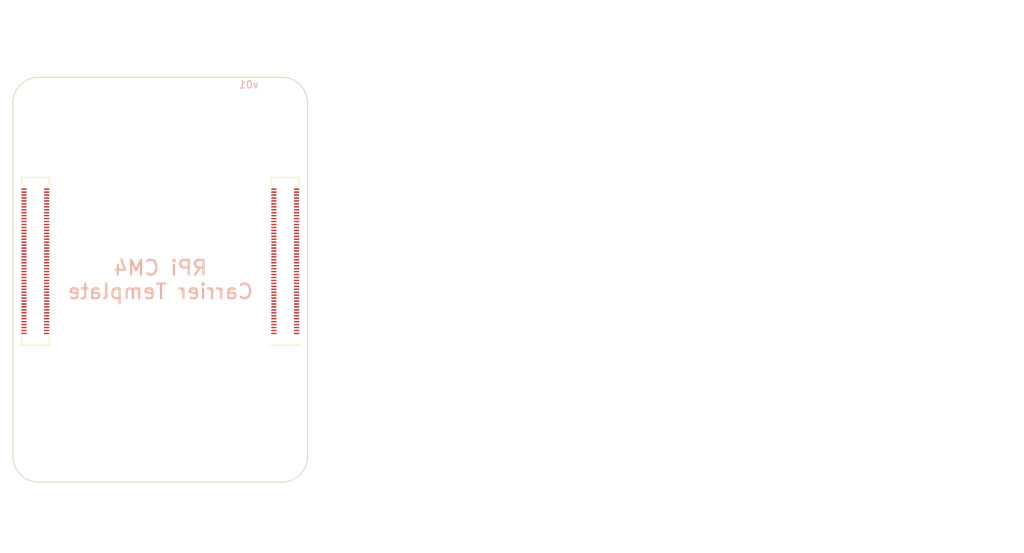
<source format=kicad_pcb>
(kicad_pcb (version 20211014) (generator pcbnew)
  (title_block (title "Raspberry Pi Compute Module 4 carrierusb-to-carrier") (date "2020-10-31") (rev "v01") (comment 1 "https://github.com/ChromiumOS-Guy/Carrierusb-to-Carrier") (comment 2 "https://github.com/ChromiumOS-Guy/Carrierusb-to-Carrier/blob/main/LICENSE") (comment 3 "License: GNU General Public License v3.0") (comment 4 "Author: ChromiumOS-Guy"))
  (layers (0 "F.Cu" signal) (31 "B.Cu" signal) (34 "B.Paste" user) (35 "F.Paste" user) (36 "B.SilkS" user "B.Silkscreen") (37 "F.SilkS" user "F.Silkscreen") (38 "B.Mask" user) (39 "F.Mask" user) (44 "Edge.Cuts" user))
  (net 0 "")
  (net 1 "Net-(Module1-Pad200)")
  (net 2 "Net-(Module1-Pad199)")
  (net 3 "Net-(Module1-Pad198)")
  (net 4 "Net-(Module1-Pad197)")
  (net 5 "Net-(Module1-Pad196)")
  (net 6 "Net-(Module1-Pad195)")
  (net 7 "Net-(Module1-Pad194)")
  (net 8 "Net-(Module1-Pad193)")
  (net 9 "Net-(Module1-Pad192)")
  (net 10 "Net-(Module1-Pad191)")
  (net 11 "Net-(Module1-Pad190)")
  (net 12 "Net-(Module1-Pad189)")
  (net 13 "Net-(Module1-Pad188)")
  (net 14 "Net-(Module1-Pad187)")
  (net 15 "Net-(Module1-Pad186)")
  (net 16 "Net-(Module1-Pad185)")
  (net 17 "Net-(Module1-Pad184)")
  (net 18 "Net-(Module1-Pad183)")
  (net 19 "Net-(Module1-Pad182)")
  (net 20 "Net-(Module1-Pad181)")
  (net 21 "Net-(Module1-Pad180)")
  (net 22 "Net-(Module1-Pad179)")
  (net 23 "Net-(Module1-Pad178)")
  (net 24 "Net-(Module1-Pad177)")
  (net 25 "Net-(Module1-Pad176)")
  (net 26 "Net-(Module1-Pad175)")
  (net 27 "Net-(Module1-Pad174)")
  (net 28 "Net-(Module1-Pad173)")
  (net 29 "Net-(Module1-Pad172)")
  (net 30 "Net-(Module1-Pad171)")
  (net 31 "Net-(Module1-Pad170)")
  (net 32 "Net-(Module1-Pad169)")
  (net 33 "Net-(Module1-Pad168)")
  (net 34 "Net-(Module1-Pad167)")
  (net 35 "Net-(Module1-Pad166)")
  (net 36 "Net-(Module1-Pad165)")
  (net 37 "Net-(Module1-Pad164)")
  (net 38 "Net-(Module1-Pad163)")
  (net 39 "Net-(Module1-Pad162)")
  (net 40 "Net-(Module1-Pad161)")
  (net 41 "Net-(Module1-Pad160)")
  (net 42 "Net-(Module1-Pad159)")
  (net 43 "Net-(Module1-Pad158)")
  (net 44 "Net-(Module1-Pad157)")
  (net 45 "Net-(Module1-Pad156)")
  (net 46 "Net-(Module1-Pad155)")
  (net 47 "Net-(Module1-Pad154)")
  (net 48 "Net-(Module1-Pad153)")
  (net 49 "Net-(Module1-Pad152)")
  (net 50 "Net-(Module1-Pad151)")
  (net 51 "Net-(Module1-Pad150)")
  (net 52 "Net-(Module1-Pad149)")
  (net 53 "Net-(Module1-Pad148)")
  (net 54 "Net-(Module1-Pad147)")
  (net 55 "Net-(Module1-Pad146)")
  (net 56 "Net-(Module1-Pad145)")
  (net 57 "Net-(Module1-Pad144)")
  (net 58 "Net-(Module1-Pad143)")
  (net 59 "Net-(Module1-Pad142)")
  (net 60 "Net-(Module1-Pad141)")
  (net 61 "Net-(Module1-Pad140)")
  (net 62 "Net-(Module1-Pad139)")
  (net 63 "Net-(Module1-Pad138)")
  (net 64 "Net-(Module1-Pad137)")
  (net 65 "Net-(Module1-Pad136)")
  (net 66 "Net-(Module1-Pad135)")
  (net 67 "Net-(Module1-Pad134)")
  (net 68 "Net-(Module1-Pad133)")
  (net 69 "Net-(Module1-Pad132)")
  (net 70 "Net-(Module1-Pad131)")
  (net 71 "Net-(Module1-Pad130)")
  (net 72 "Net-(Module1-Pad129)")
  (net 73 "Net-(Module1-Pad128)")
  (net 74 "Net-(Module1-Pad127)")
  (net 75 "Net-(Module1-Pad126)")
  (net 76 "Net-(Module1-Pad125)")
  (net 77 "Net-(Module1-Pad124)")
  (net 78 "Net-(Module1-Pad123)")
  (net 79 "Net-(Module1-Pad122)")
  (net 80 "Net-(Module1-Pad121)")
  (net 81 "Net-(Module1-Pad120)")
  (net 82 "Net-(Module1-Pad119)")
  (net 83 "Net-(Module1-Pad118)")
  (net 84 "Net-(Module1-Pad117)")
  (net 85 "Net-(Module1-Pad116)")
  (net 86 "Net-(Module1-Pad115)")
  (net 87 "Net-(Module1-Pad114)")
  (net 88 "Net-(Module1-Pad113)")
  (net 89 "Net-(Module1-Pad112)")
  (net 90 "Net-(Module1-Pad111)")
  (net 91 "Net-(Module1-Pad110)")
  (net 92 "Net-(Module1-Pad109)")
  (net 93 "Net-(Module1-Pad108)")
  (net 94 "Net-(Module1-Pad107)")
  (net 95 "Net-(Module1-Pad106)")
  (net 96 "Net-(Module1-Pad105)")
  (net 97 "Net-(Module1-Pad104)")
  (net 98 "Net-(Module1-Pad103)")
  (net 99 "Net-(Module1-Pad102)")
  (net 100 "Net-(Module1-Pad101)")
  (net 101 "Net-(Module1-Pad100)")
  (net 102 "Net-(Module1-Pad99)")
  (net 103 "Net-(Module1-Pad98)")
  (net 104 "Net-(Module1-Pad97)")
  (net 105 "Net-(Module1-Pad96)")
  (net 106 "Net-(Module1-Pad95)")
  (net 107 "Net-(Module1-Pad94)")
  (net 108 "Net-(Module1-Pad93)")
  (net 109 "Net-(Module1-Pad92)")
  (net 110 "Net-(Module1-Pad91)")
  (net 111 "Net-(Module1-Pad90)")
  (net 112 "Net-(Module1-Pad89)")
  (net 113 "Net-(Module1-Pad88)")
  (net 114 "Net-(Module1-Pad87)")
  (net 115 "Net-(Module1-Pad86)")
  (net 116 "Net-(Module1-Pad85)")
  (net 117 "Net-(Module1-Pad84)")
  (net 118 "Net-(Module1-Pad83)")
  (net 119 "Net-(Module1-Pad82)")
  (net 120 "Net-(Module1-Pad81)")
  (net 121 "Net-(Module1-Pad80)")
  (net 122 "Net-(Module1-Pad79)")
  (net 123 "Net-(Module1-Pad78)")
  (net 124 "Net-(Module1-Pad77)")
  (net 125 "Net-(Module1-Pad76)")
  (net 126 "Net-(Module1-Pad75)")
  (net 127 "Net-(Module1-Pad74)")
  (net 128 "Net-(Module1-Pad73)")
  (net 129 "Net-(Module1-Pad72)")
  (net 130 "Net-(Module1-Pad71)")
  (net 131 "Net-(Module1-Pad70)")
  (net 132 "Net-(Module1-Pad69)")
  (net 133 "Net-(Module1-Pad68)")
  (net 134 "Net-(Module1-Pad67)")
  (net 135 "Net-(Module1-Pad66)")
  (net 136 "Net-(Module1-Pad65)")
  (net 137 "Net-(Module1-Pad64)")
  (net 138 "Net-(Module1-Pad63)")
  (net 139 "Net-(Module1-Pad62)")
  (net 140 "Net-(Module1-Pad61)")
  (net 141 "Net-(Module1-Pad60)")
  (net 142 "Net-(Module1-Pad59)")
  (net 143 "Net-(Module1-Pad58)")
  (net 144 "Net-(Module1-Pad57)")
  (net 145 "Net-(Module1-Pad56)")
  (net 146 "Net-(Module1-Pad55)")
  (net 147 "Net-(Module1-Pad54)")
  (net 148 "Net-(Module1-Pad53)")
  (net 149 "Net-(Module1-Pad52)")
  (net 150 "Net-(Module1-Pad51)")
  (net 151 "Net-(Module1-Pad50)")
  (net 152 "Net-(Module1-Pad49)")
  (net 153 "Net-(Module1-Pad48)")
  (net 154 "Net-(Module1-Pad47)")
  (net 155 "Net-(Module1-Pad46)")
  (net 156 "Net-(Module1-Pad45)")
  (net 157 "Net-(Module1-Pad44)")
  (net 158 "Net-(Module1-Pad43)")
  (net 159 "Net-(Module1-Pad42)")
  (net 160 "Net-(Module1-Pad41)")
  (net 161 "Net-(Module1-Pad40)")
  (net 162 "Net-(Module1-Pad39)")
  (net 163 "Net-(Module1-Pad38)")
  (net 164 "Net-(Module1-Pad37)")
  (net 165 "Net-(Module1-Pad36)")
  (net 166 "Net-(Module1-Pad35)")
  (net 167 "Net-(Module1-Pad34)")
  (net 168 "Net-(Module1-Pad33)")
  (net 169 "Net-(Module1-Pad32)")
  (net 170 "Net-(Module1-Pad31)")
  (net 171 "Net-(Module1-Pad30)")
  (net 172 "Net-(Module1-Pad29)")
  (net 173 "Net-(Module1-Pad28)")
  (net 174 "Net-(Module1-Pad27)")
  (net 175 "Net-(Module1-Pad26)")
  (net 176 "Net-(Module1-Pad25)")
  (net 177 "Net-(Module1-Pad24)")
  (net 178 "Net-(Module1-Pad23)")
  (net 179 "Net-(Module1-Pad22)")
  (net 180 "Net-(Module1-Pad21)")
  (net 181 "Net-(Module1-Pad20)")
  (net 182 "Net-(Module1-Pad19)")
  (net 183 "Net-(Module1-Pad18)")
  (net 184 "Net-(Module1-Pad17)")
  (net 185 "Net-(Module1-Pad16)")
  (net 186 "Net-(Module1-Pad15)")
  (net 187 "Net-(Module1-Pad14)")
  (net 188 "Net-(Module1-Pad13)")
  (net 189 "Net-(Module1-Pad12)")
  (net 190 "Net-(Module1-Pad11)")
  (net 191 "Net-(Module1-Pad10)")
  (net 192 "Net-(Module1-Pad9)")
  (net 193 "Net-(Module1-Pad8)")
  (net 194 "Net-(Module1-Pad7)")
  (net 195 "Net-(Module1-Pad6)")
  (net 196 "Net-(Module1-Pad5)")
  (net 197 "Net-(Module1-Pad4)")
  (net 198 "Net-(Module1-Pad3)")
  (net 199 "Net-(Module1-Pad2)")
  (net 200 "Net-(Module1-Pad1)")
  (footprint "CM4IO:Raspberry-Pi-4-Compute-Module" (layer "F.Cu") (at 163 82 180)
    (fp_text reference "Module1" hide)
    (fp_text value "ComputeModule4-CM4")
    (fp_line (start 31.57 -32.9) (end 31.57 -31.9) (layer "F.SilkS") (width 0.12))
    (fp_line (start 35.35 -10.1) (end 35.35 -11.1) (layer "F.SilkS") (width 0.12))
    (fp_line (start 1.43 -10.1) (end 1.43 -11.1) (layer "F.SilkS") (width 0.12))
    (fp_line (start -2.35 -10.1) (end -2.35 -11.1) (layer "F.SilkS") (width 0.12))
    (fp_line (start -3.5 -48) (end -3.5 0) (layer "F.SilkS") (width 0.12))
    (fp_line (start 31.57 -32.9) (end 35.35 -32.9) (layer "F.SilkS") (width 0.12))
    (fp_line (start -2.35 -32.9) (end 1.43 -32.9) (layer "F.SilkS") (width 0.12))
    (fp_line (start 31.57 -10.1) (end 31.57 -11.1) (layer "F.SilkS") (width 0.12))
    (fp_line (start 35.35 -32.9) (end 35.35 -31.9) (layer "F.SilkS") (width 0.12))
    (fp_line (start 31.57 -10.1) (end 35.35 -10.1) (layer "F.SilkS") (width 0.12))
    (fp_line (start 36.5 0) (end 36.5 -48) (layer "F.SilkS") (width 0.12))
    (fp_line (start -2.35 -10.1) (end 1.43 -10.1) (layer "F.SilkS") (width 0.12))
    (fp_line (start 0 3.5) (end 33 3.5) (layer "F.SilkS") (width 0.12))
    (fp_line (start 33 -51.5) (end 0 -51.5) (layer "F.SilkS") (width 0.12))
    (fp_arc (start 36.5 0) (mid 35.474874 2.474874) (end 33 3.5) (layer "F.SilkS") (width 0.12))
    (fp_arc (start -3.5 -48) (mid -2.474874 -50.474874) (end 0 -51.5) (layer "F.SilkS") (width 0.12))
    (fp_arc (start 0 3.5) (mid -2.474874 2.474874) (end -3.5 0) (layer "F.SilkS") (width 0.12))
    (fp_arc (start 33 -51.5) (mid 35.474874 -50.474874) (end 36.5 -48) (layer "F.SilkS") (width 0.12))
    (pad "" np_thru_hole circle locked (at 0 0 180) (size 2.7 2.7) (drill 2.7) (layers *.Cu *.Mask) (clearance 1.7))
    (pad "" np_thru_hole circle locked (at 33 -48 180) (size 2.7 2.7) (drill 2.7) (layers *.Cu *.Mask) (clearance 1.7))
    (pad "" np_thru_hole circle locked (at 33 0 180) (size 2.7 2.7) (drill 2.7) (layers *.Cu *.Mask) (clearance 1.7))
    (pad "" np_thru_hole circle locked (at 0 -48 180) (size 2.7 2.7) (drill 2.7) (layers *.Cu *.Mask) (clearance 1.7))
    (pad "1" smd rect locked (at -2 -31.3 90) (size 0.2 0.7) (layers "F.Cu" "F.Paste" "F.Mask") (net 200 "Net-(Module1-Pad1)"))
    (pad "2" smd rect locked (at 1.08 -31.3 90) (size 0.2 0.7) (layers "F.Cu" "F.Paste" "F.Mask") (net 199 "Net-(Module1-Pad2)"))
    (pad "3" smd rect locked (at -2 -30.9 90) (size 0.2 0.7) (layers "F.Cu" "F.Paste" "F.Mask") (net 198 "Net-(Module1-Pad3)"))
    (pad "4" smd rect locked (at 1.08 -30.9 90) (size 0.2 0.7) (layers "F.Cu" "F.Paste" "F.Mask") (net 197 "Net-(Module1-Pad4)"))
    (pad "5" smd rect locked (at -2 -30.5 90) (size 0.2 0.7) (layers "F.Cu" "F.Paste" "F.Mask") (net 196 "Net-(Module1-Pad5)"))
    (pad "6" smd rect locked (at 1.08 -30.5 90) (size 0.2 0.7) (layers "F.Cu" "F.Paste" "F.Mask") (net 195 "Net-(Module1-Pad6)"))
    (pad "7" smd rect locked (at -2 -30.1 90) (size 0.2 0.7) (layers "F.Cu" "F.Paste" "F.Mask") (net 194 "Net-(Module1-Pad7)"))
    (pad "8" smd rect locked (at 1.08 -30.1 90) (size 0.2 0.7) (layers "F.Cu" "F.Paste" "F.Mask") (net 193 "Net-(Module1-Pad8)"))
    (pad "9" smd rect locked (at -2 -29.7 90) (size 0.2 0.7) (layers "F.Cu" "F.Paste" "F.Mask") (net 192 "Net-(Module1-Pad9)"))
    (pad "10" smd rect locked (at 1.08 -29.7 90) (size 0.2 0.7) (layers "F.Cu" "F.Paste" "F.Mask") (net 191 "Net-(Module1-Pad10)"))
    (pad "11" smd rect locked (at -2 -29.3 90) (size 0.2 0.7) (layers "F.Cu" "F.Paste" "F.Mask") (net 190 "Net-(Module1-Pad11)"))
    (pad "12" smd rect locked (at 1.08 -29.3 90) (size 0.2 0.7) (layers "F.Cu" "F.Paste" "F.Mask") (net 189 "Net-(Module1-Pad12)"))
    (pad "13" smd rect locked (at -2 -28.9 90) (size 0.2 0.7) (layers "F.Cu" "F.Paste" "F.Mask") (net 188 "Net-(Module1-Pad13)"))
    (pad "14" smd rect locked (at 1.08 -28.9 90) (size 0.2 0.7) (layers "F.Cu" "F.Paste" "F.Mask") (net 187 "Net-(Module1-Pad14)"))
    (pad "15" smd rect locked (at -2 -28.5 90) (size 0.2 0.7) (layers "F.Cu" "F.Paste" "F.Mask") (net 186 "Net-(Module1-Pad15)"))
    (pad "16" smd rect locked (at 1.08 -28.5 90) (size 0.2 0.7) (layers "F.Cu" "F.Paste" "F.Mask") (net 185 "Net-(Module1-Pad16)"))
    (pad "17" smd rect locked (at -2 -28.1 90) (size 0.2 0.7) (layers "F.Cu" "F.Paste" "F.Mask") (net 184 "Net-(Module1-Pad17)"))
    (pad "18" smd rect locked (at 1.08 -28.1 90) (size 0.2 0.7) (layers "F.Cu" "F.Paste" "F.Mask") (net 183 "Net-(Module1-Pad18)"))
    (pad "19" smd rect locked (at -2 -27.7 90) (size 0.2 0.7) (layers "F.Cu" "F.Paste" "F.Mask") (net 182 "Net-(Module1-Pad19)"))
    (pad "20" smd rect locked (at 1.08 -27.7 90) (size 0.2 0.7) (layers "F.Cu" "F.Paste" "F.Mask") (net 181 "Net-(Module1-Pad20)"))
    (pad "21" smd rect locked (at -2 -27.3 90) (size 0.2 0.7) (layers "F.Cu" "F.Paste" "F.Mask") (net 180 "Net-(Module1-Pad21)"))
    (pad "22" smd rect locked (at 1.08 -27.3 90) (size 0.2 0.7) (layers "F.Cu" "F.Paste" "F.Mask") (net 179 "Net-(Module1-Pad22)"))
    (pad "23" smd rect locked (at -2 -26.9 90) (size 0.2 0.7) (layers "F.Cu" "F.Paste" "F.Mask") (net 178 "Net-(Module1-Pad23)"))
    (pad "24" smd rect locked (at 1.08 -26.9 90) (size 0.2 0.7) (layers "F.Cu" "F.Paste" "F.Mask") (net 177 "Net-(Module1-Pad24)"))
    (pad "25" smd rect locked (at -2 -26.5 90) (size 0.2 0.7) (layers "F.Cu" "F.Paste" "F.Mask") (net 176 "Net-(Module1-Pad25)"))
    (pad "26" smd rect locked (at 1.08 -26.5 90) (size 0.2 0.7) (layers "F.Cu" "F.Paste" "F.Mask") (net 175 "Net-(Module1-Pad26)"))
    (pad "27" smd rect locked (at -2 -26.1 90) (size 0.2 0.7) (layers "F.Cu" "F.Paste" "F.Mask") (net 174 "Net-(Module1-Pad27)"))
    (pad "28" smd rect locked (at 1.08 -26.1 90) (size 0.2 0.7) (layers "F.Cu" "F.Paste" "F.Mask") (net 173 "Net-(Module1-Pad28)"))
    (pad "29" smd rect locked (at -2 -25.7 90) (size 0.2 0.7) (layers "F.Cu" "F.Paste" "F.Mask") (net 172 "Net-(Module1-Pad29)"))
    (pad "30" smd rect locked (at 1.08 -25.7 90) (size 0.2 0.7) (layers "F.Cu" "F.Paste" "F.Mask") (net 171 "Net-(Module1-Pad30)"))
    (pad "31" smd rect locked (at -2 -25.3 90) (size 0.2 0.7) (layers "F.Cu" "F.Paste" "F.Mask") (net 170 "Net-(Module1-Pad31)"))
    (pad "32" smd rect locked (at 1.08 -25.3 90) (size 0.2 0.7) (layers "F.Cu" "F.Paste" "F.Mask") (net 169 "Net-(Module1-Pad32)"))
    (pad "33" smd rect locked (at -2 -24.9 90) (size 0.2 0.7) (layers "F.Cu" "F.Paste" "F.Mask") (net 168 "Net-(Module1-Pad33)"))
    (pad "34" smd rect locked (at 1.08 -24.9 90) (size 0.2 0.7) (layers "F.Cu" "F.Paste" "F.Mask") (net 167 "Net-(Module1-Pad34)"))
    (pad "35" smd rect locked (at -2 -24.5 90) (size 0.2 0.7) (layers "F.Cu" "F.Paste" "F.Mask") (net 166 "Net-(Module1-Pad35)"))
    (pad "36" smd rect locked (at 1.08 -24.5 90) (size 0.2 0.7) (layers "F.Cu" "F.Paste" "F.Mask") (net 165 "Net-(Module1-Pad36)"))
    (pad "37" smd rect locked (at -2 -24.1 90) (size 0.2 0.7) (layers "F.Cu" "F.Paste" "F.Mask") (net 164 "Net-(Module1-Pad37)"))
    (pad "38" smd rect locked (at 1.08 -24.1 90) (size 0.2 0.7) (layers "F.Cu" "F.Paste" "F.Mask") (net 163 "Net-(Module1-Pad38)"))
    (pad "39" smd rect locked (at -2 -23.7 90) (size 0.2 0.7) (layers "F.Cu" "F.Paste" "F.Mask") (net 162 "Net-(Module1-Pad39)"))
    (pad "40" smd rect locked (at 1.08 -23.7 90) (size 0.2 0.7) (layers "F.Cu" "F.Paste" "F.Mask") (net 161 "Net-(Module1-Pad40)"))
    (pad "41" smd rect locked (at -2 -23.3 90) (size 0.2 0.7) (layers "F.Cu" "F.Paste" "F.Mask") (net 160 "Net-(Module1-Pad41)"))
    (pad "42" smd rect locked (at 1.08 -23.3 90) (size 0.2 0.7) (layers "F.Cu" "F.Paste" "F.Mask") (net 159 "Net-(Module1-Pad42)"))
    (pad "43" smd rect locked (at -2 -22.9 90) (size 0.2 0.7) (layers "F.Cu" "F.Paste" "F.Mask") (net 158 "Net-(Module1-Pad43)"))
    (pad "44" smd rect locked (at 1.08 -22.9 90) (size 0.2 0.7) (layers "F.Cu" "F.Paste" "F.Mask") (net 157 "Net-(Module1-Pad44)"))
    (pad "45" smd rect locked (at -2 -22.5 90) (size 0.2 0.7) (layers "F.Cu" "F.Paste" "F.Mask") (net 156 "Net-(Module1-Pad45)"))
    (pad "46" smd rect locked (at 1.08 -22.5 90) (size 0.2 0.7) (layers "F.Cu" "F.Paste" "F.Mask") (net 155 "Net-(Module1-Pad46)"))
    (pad "47" smd rect locked (at -2 -22.1 90) (size 0.2 0.7) (layers "F.Cu" "F.Paste" "F.Mask") (net 154 "Net-(Module1-Pad47)"))
    (pad "48" smd rect locked (at 1.08 -22.1 90) (size 0.2 0.7) (layers "F.Cu" "F.Paste" "F.Mask") (net 153 "Net-(Module1-Pad48)"))
    (pad "49" smd rect locked (at -2 -21.7 90) (size 0.2 0.7) (layers "F.Cu" "F.Paste" "F.Mask") (net 152 "Net-(Module1-Pad49)"))
    (pad "50" smd rect locked (at 1.08 -21.7 90) (size 0.2 0.7) (layers "F.Cu" "F.Paste" "F.Mask") (net 151 "Net-(Module1-Pad50)"))
    (pad "51" smd rect locked (at -2 -21.3 90) (size 0.2 0.7) (layers "F.Cu" "F.Paste" "F.Mask") (net 150 "Net-(Module1-Pad51)"))
    (pad "52" smd rect locked (at 1.08 -21.3 90) (size 0.2 0.7) (layers "F.Cu" "F.Paste" "F.Mask") (net 149 "Net-(Module1-Pad52)"))
    (pad "53" smd rect locked (at -2 -20.9 90) (size 0.2 0.7) (layers "F.Cu" "F.Paste" "F.Mask") (net 148 "Net-(Module1-Pad53)"))
    (pad "54" smd rect locked (at 1.08 -20.9 90) (size 0.2 0.7) (layers "F.Cu" "F.Paste" "F.Mask") (net 147 "Net-(Module1-Pad54)"))
    (pad "55" smd rect locked (at -2 -20.5 90) (size 0.2 0.7) (layers "F.Cu" "F.Paste" "F.Mask") (net 146 "Net-(Module1-Pad55)"))
    (pad "56" smd rect locked (at 1.08 -20.5 90) (size 0.2 0.7) (layers "F.Cu" "F.Paste" "F.Mask") (net 145 "Net-(Module1-Pad56)"))
    (pad "57" smd rect locked (at -2 -20.1 90) (size 0.2 0.7) (layers "F.Cu" "F.Paste" "F.Mask") (net 144 "Net-(Module1-Pad57)"))
    (pad "58" smd rect locked (at 1.08 -20.1 90) (size 0.2 0.7) (layers "F.Cu" "F.Paste" "F.Mask") (net 143 "Net-(Module1-Pad58)"))
    (pad "59" smd rect locked (at -2 -19.7 90) (size 0.2 0.7) (layers "F.Cu" "F.Paste" "F.Mask") (net 142 "Net-(Module1-Pad59)"))
    (pad "60" smd rect locked (at 1.08 -19.7 90) (size 0.2 0.7) (layers "F.Cu" "F.Paste" "F.Mask") (net 141 "Net-(Module1-Pad60)"))
    (pad "61" smd rect locked (at -2 -19.3 90) (size 0.2 0.7) (layers "F.Cu" "F.Paste" "F.Mask") (net 140 "Net-(Module1-Pad61)"))
    (pad "62" smd rect locked (at 1.08 -19.3 90) (size 0.2 0.7) (layers "F.Cu" "F.Paste" "F.Mask") (net 139 "Net-(Module1-Pad62)"))
    (pad "63" smd rect locked (at -2 -18.9 90) (size 0.2 0.7) (layers "F.Cu" "F.Paste" "F.Mask") (net 138 "Net-(Module1-Pad63)"))
    (pad "64" smd rect locked (at 1.08 -18.9 90) (size 0.2 0.7) (layers "F.Cu" "F.Paste" "F.Mask") (net 137 "Net-(Module1-Pad64)"))
    (pad "65" smd rect locked (at -2 -18.5 90) (size 0.2 0.7) (layers "F.Cu" "F.Paste" "F.Mask") (net 136 "Net-(Module1-Pad65)"))
    (pad "66" smd rect locked (at 1.08 -18.5 90) (size 0.2 0.7) (layers "F.Cu" "F.Paste" "F.Mask") (net 135 "Net-(Module1-Pad66)"))
    (pad "67" smd rect locked (at -2 -18.1 90) (size 0.2 0.7) (layers "F.Cu" "F.Paste" "F.Mask") (net 134 "Net-(Module1-Pad67)"))
    (pad "68" smd rect locked (at 1.08 -18.1 90) (size 0.2 0.7) (layers "F.Cu" "F.Paste" "F.Mask") (net 133 "Net-(Module1-Pad68)"))
    (pad "69" smd rect locked (at -2 -17.7 90) (size 0.2 0.7) (layers "F.Cu" "F.Paste" "F.Mask") (net 132 "Net-(Module1-Pad69)"))
    (pad "70" smd rect locked (at 1.08 -17.7 90) (size 0.2 0.7) (layers "F.Cu" "F.Paste" "F.Mask") (net 131 "Net-(Module1-Pad70)"))
    (pad "71" smd rect locked (at -2 -17.3 90) (size 0.2 0.7) (layers "F.Cu" "F.Paste" "F.Mask") (net 130 "Net-(Module1-Pad71)"))
    (pad "72" smd rect locked (at 1.08 -17.3 90) (size 0.2 0.7) (layers "F.Cu" "F.Paste" "F.Mask") (net 129 "Net-(Module1-Pad72)"))
    (pad "73" smd rect locked (at -2 -16.9 90) (size 0.2 0.7) (layers "F.Cu" "F.Paste" "F.Mask") (net 128 "Net-(Module1-Pad73)"))
    (pad "74" smd rect locked (at 1.08 -16.9 90) (size 0.2 0.7) (layers "F.Cu" "F.Paste" "F.Mask") (net 127 "Net-(Module1-Pad74)"))
    (pad "75" smd rect locked (at -2 -16.5 90) (size 0.2 0.7) (layers "F.Cu" "F.Paste" "F.Mask") (net 126 "Net-(Module1-Pad75)"))
    (pad "76" smd rect locked (at 1.08 -16.5 90) (size 0.2 0.7) (layers "F.Cu" "F.Paste" "F.Mask") (net 125 "Net-(Module1-Pad76)"))
    (pad "77" smd rect locked (at -2 -16.1 90) (size 0.2 0.7) (layers "F.Cu" "F.Paste" "F.Mask") (net 124 "Net-(Module1-Pad77)"))
    (pad "78" smd rect locked (at 1.08 -16.1 90) (size 0.2 0.7) (layers "F.Cu" "F.Paste" "F.Mask") (net 123 "Net-(Module1-Pad78)"))
    (pad "79" smd rect locked (at -2 -15.7 90) (size 0.2 0.7) (layers "F.Cu" "F.Paste" "F.Mask") (net 122 "Net-(Module1-Pad79)"))
    (pad "80" smd rect locked (at 1.08 -15.7 90) (size 0.2 0.7) (layers "F.Cu" "F.Paste" "F.Mask") (net 121 "Net-(Module1-Pad80)"))
    (pad "81" smd rect locked (at -2 -15.3 90) (size 0.2 0.7) (layers "F.Cu" "F.Paste" "F.Mask") (net 120 "Net-(Module1-Pad81)"))
    (pad "82" smd rect locked (at 1.08 -15.3 90) (size 0.2 0.7) (layers "F.Cu" "F.Paste" "F.Mask") (net 119 "Net-(Module1-Pad82)"))
    (pad "83" smd rect locked (at -2 -14.9 90) (size 0.2 0.7) (layers "F.Cu" "F.Paste" "F.Mask") (net 118 "Net-(Module1-Pad83)"))
    (pad "84" smd rect locked (at 1.08 -14.9 90) (size 0.2 0.7) (layers "F.Cu" "F.Paste" "F.Mask") (net 117 "Net-(Module1-Pad84)"))
    (pad "85" smd rect locked (at -2 -14.5 90) (size 0.2 0.7) (layers "F.Cu" "F.Paste" "F.Mask") (net 116 "Net-(Module1-Pad85)"))
    (pad "86" smd rect locked (at 1.08 -14.5 90) (size 0.2 0.7) (layers "F.Cu" "F.Paste" "F.Mask") (net 115 "Net-(Module1-Pad86)"))
    (pad "87" smd rect locked (at -2 -14.1 90) (size 0.2 0.7) (layers "F.Cu" "F.Paste" "F.Mask") (net 114 "Net-(Module1-Pad87)"))
    (pad "88" smd rect locked (at 1.08 -14.1 90) (size 0.2 0.7) (layers "F.Cu" "F.Paste" "F.Mask") (net 113 "Net-(Module1-Pad88)"))
    (pad "89" smd rect locked (at -2 -13.7 90) (size 0.2 0.7) (layers "F.Cu" "F.Paste" "F.Mask") (net 112 "Net-(Module1-Pad89)"))
    (pad "90" smd rect locked (at 1.08 -13.7 90) (size 0.2 0.7) (layers "F.Cu" "F.Paste" "F.Mask") (net 111 "Net-(Module1-Pad90)"))
    (pad "91" smd rect locked (at -2 -13.3 90) (size 0.2 0.7) (layers "F.Cu" "F.Paste" "F.Mask") (net 110 "Net-(Module1-Pad91)"))
    (pad "92" smd rect locked (at 1.08 -13.3 90) (size 0.2 0.7) (layers "F.Cu" "F.Paste" "F.Mask") (net 109 "Net-(Module1-Pad92)"))
    (pad "93" smd rect locked (at -2 -12.9 90) (size 0.2 0.7) (layers "F.Cu" "F.Paste" "F.Mask") (net 108 "Net-(Module1-Pad93)"))
    (pad "94" smd rect locked (at 1.08 -12.9 90) (size 0.2 0.7) (layers "F.Cu" "F.Paste" "F.Mask") (net 107 "Net-(Module1-Pad94)"))
    (pad "95" smd rect locked (at -2 -12.5 90) (size 0.2 0.7) (layers "F.Cu" "F.Paste" "F.Mask") (net 106 "Net-(Module1-Pad95)"))
    (pad "96" smd rect locked (at 1.08 -12.5 90) (size 0.2 0.7) (layers "F.Cu" "F.Paste" "F.Mask") (net 105 "Net-(Module1-Pad96)"))
    (pad "97" smd rect locked (at -2 -12.1 90) (size 0.2 0.7) (layers "F.Cu" "F.Paste" "F.Mask") (net 104 "Net-(Module1-Pad97)"))
    (pad "98" smd rect locked (at 1.08 -12.1 90) (size 0.2 0.7) (layers "F.Cu" "F.Paste" "F.Mask") (net 103 "Net-(Module1-Pad98)"))
    (pad "99" smd rect locked (at -2 -11.7 90) (size 0.2 0.7) (layers "F.Cu" "F.Paste" "F.Mask") (net 102 "Net-(Module1-Pad99)"))
    (pad "100" smd rect locked (at 1.08 -11.7 90) (size 0.2 0.7) (layers "F.Cu" "F.Paste" "F.Mask") (net 101 "Net-(Module1-Pad100)"))
    (pad "101" smd rect locked (at 31.92 -31.3 90) (size 0.2 0.7) (layers "F.Cu" "F.Paste" "F.Mask") (net 100 "Net-(Module1-Pad101)"))
    (pad "102" smd rect locked (at 35 -31.3 90) (size 0.2 0.7) (layers "F.Cu" "F.Paste" "F.Mask") (net 99 "Net-(Module1-Pad102)"))
    (pad "103" smd rect locked (at 31.92 -30.9 90) (size 0.2 0.7) (layers "F.Cu" "F.Paste" "F.Mask") (net 98 "Net-(Module1-Pad103)"))
    (pad "104" smd rect locked (at 35 -30.9 90) (size 0.2 0.7) (layers "F.Cu" "F.Paste" "F.Mask") (net 97 "Net-(Module1-Pad104)"))
    (pad "105" smd rect locked (at 31.92 -30.5 90) (size 0.2 0.7) (layers "F.Cu" "F.Paste" "F.Mask") (net 96 "Net-(Module1-Pad105)"))
    (pad "106" smd rect locked (at 35 -30.5 90) (size 0.2 0.7) (layers "F.Cu" "F.Paste" "F.Mask") (net 95 "Net-(Module1-Pad106)"))
    (pad "107" smd rect locked (at 31.92 -30.1 90) (size 0.2 0.7) (layers "F.Cu" "F.Paste" "F.Mask") (net 94 "Net-(Module1-Pad107)"))
    (pad "108" smd rect locked (at 35 -30.1 90) (size 0.2 0.7) (layers "F.Cu" "F.Paste" "F.Mask") (net 93 "Net-(Module1-Pad108)"))
    (pad "109" smd rect locked (at 31.92 -29.7 90) (size 0.2 0.7) (layers "F.Cu" "F.Paste" "F.Mask") (net 92 "Net-(Module1-Pad109)"))
    (pad "110" smd rect locked (at 35 -29.7 90) (size 0.2 0.7) (layers "F.Cu" "F.Paste" "F.Mask") (net 91 "Net-(Module1-Pad110)"))
    (pad "111" smd rect locked (at 31.92 -29.3 90) (size 0.2 0.7) (layers "F.Cu" "F.Paste" "F.Mask") (net 90 "Net-(Module1-Pad111)"))
    (pad "112" smd rect locked (at 35 -29.3 90) (size 0.2 0.7) (layers "F.Cu" "F.Paste" "F.Mask") (net 89 "Net-(Module1-Pad112)"))
    (pad "113" smd rect locked (at 31.92 -28.9 90) (size 0.2 0.7) (layers "F.Cu" "F.Paste" "F.Mask") (net 88 "Net-(Module1-Pad113)"))
    (pad "114" smd rect locked (at 35 -28.9 90) (size 0.2 0.7) (layers "F.Cu" "F.Paste" "F.Mask") (net 87 "Net-(Module1-Pad114)"))
    (pad "115" smd rect locked (at 31.92 -28.5 90) (size 0.2 0.7) (layers "F.Cu" "F.Paste" "F.Mask") (net 86 "Net-(Module1-Pad115)"))
    (pad "116" smd rect locked (at 35 -28.5 90) (size 0.2 0.7) (layers "F.Cu" "F.Paste" "F.Mask") (net 85 "Net-(Module1-Pad116)"))
    (pad "117" smd rect locked (at 31.92 -28.1 90) (size 0.2 0.7) (layers "F.Cu" "F.Paste" "F.Mask") (net 84 "Net-(Module1-Pad117)"))
    (pad "118" smd rect locked (at 35 -28.1 90) (size 0.2 0.7) (layers "F.Cu" "F.Paste" "F.Mask") (net 83 "Net-(Module1-Pad118)"))
    (pad "119" smd rect locked (at 31.92 -27.7 90) (size 0.2 0.7) (layers "F.Cu" "F.Paste" "F.Mask") (net 82 "Net-(Module1-Pad119)"))
    (pad "120" smd rect locked (at 35 -27.7 90) (size 0.2 0.7) (layers "F.Cu" "F.Paste" "F.Mask") (net 81 "Net-(Module1-Pad120)"))
    (pad "121" smd rect locked (at 31.92 -27.3 90) (size 0.2 0.7) (layers "F.Cu" "F.Paste" "F.Mask") (net 80 "Net-(Module1-Pad121)"))
    (pad "122" smd rect locked (at 35 -27.3 90) (size 0.2 0.7) (layers "F.Cu" "F.Paste" "F.Mask") (net 79 "Net-(Module1-Pad122)"))
    (pad "123" smd rect locked (at 31.92 -26.9 90) (size 0.2 0.7) (layers "F.Cu" "F.Paste" "F.Mask") (net 78 "Net-(Module1-Pad123)"))
    (pad "124" smd rect locked (at 35 -26.9 90) (size 0.2 0.7) (layers "F.Cu" "F.Paste" "F.Mask") (net 77 "Net-(Module1-Pad124)"))
    (pad "125" smd rect locked (at 31.92 -26.5 90) (size 0.2 0.7) (layers "F.Cu" "F.Paste" "F.Mask") (net 76 "Net-(Module1-Pad125)"))
    (pad "126" smd rect locked (at 35 -26.5 90) (size 0.2 0.7) (layers "F.Cu" "F.Paste" "F.Mask") (net 75 "Net-(Module1-Pad126)"))
    (pad "127" smd rect locked (at 31.92 -26.1 90) (size 0.2 0.7) (layers "F.Cu" "F.Paste" "F.Mask") (net 74 "Net-(Module1-Pad127)"))
    (pad "128" smd rect locked (at 35 -26.1 90) (size 0.2 0.7) (layers "F.Cu" "F.Paste" "F.Mask") (net 73 "Net-(Module1-Pad128)"))
    (pad "129" smd rect locked (at 31.92 -25.7 90) (size 0.2 0.7) (layers "F.Cu" "F.Paste" "F.Mask") (net 72 "Net-(Module1-Pad129)"))
    (pad "130" smd rect locked (at 35 -25.7 90) (size 0.2 0.7) (layers "F.Cu" "F.Paste" "F.Mask") (net 71 "Net-(Module1-Pad130)"))
    (pad "131" smd rect locked (at 31.92 -25.3 90) (size 0.2 0.7) (layers "F.Cu" "F.Paste" "F.Mask") (net 70 "Net-(Module1-Pad131)"))
    (pad "132" smd rect locked (at 35 -25.3 90) (size 0.2 0.7) (layers "F.Cu" "F.Paste" "F.Mask") (net 69 "Net-(Module1-Pad132)"))
    (pad "133" smd rect locked (at 31.92 -24.9 90) (size 0.2 0.7) (layers "F.Cu" "F.Paste" "F.Mask") (net 68 "Net-(Module1-Pad133)"))
    (pad "134" smd rect locked (at 35 -24.9 90) (size 0.2 0.7) (layers "F.Cu" "F.Paste" "F.Mask") (net 67 "Net-(Module1-Pad134)"))
    (pad "135" smd rect locked (at 31.92 -24.5 90) (size 0.2 0.7) (layers "F.Cu" "F.Paste" "F.Mask") (net 66 "Net-(Module1-Pad135)"))
    (pad "136" smd rect locked (at 35 -24.5 90) (size 0.2 0.7) (layers "F.Cu" "F.Paste" "F.Mask") (net 65 "Net-(Module1-Pad136)"))
    (pad "137" smd rect locked (at 31.92 -24.1 90) (size 0.2 0.7) (layers "F.Cu" "F.Paste" "F.Mask") (net 64 "Net-(Module1-Pad137)"))
    (pad "138" smd rect locked (at 35 -24.1 90) (size 0.2 0.7) (layers "F.Cu" "F.Paste" "F.Mask") (net 63 "Net-(Module1-Pad138)"))
    (pad "139" smd rect locked (at 31.92 -23.7 90) (size 0.2 0.7) (layers "F.Cu" "F.Paste" "F.Mask") (net 62 "Net-(Module1-Pad139)"))
    (pad "140" smd rect locked (at 35 -23.7 90) (size 0.2 0.7) (layers "F.Cu" "F.Paste" "F.Mask") (net 61 "Net-(Module1-Pad140)"))
    (pad "141" smd rect locked (at 31.92 -23.3 90) (size 0.2 0.7) (layers "F.Cu" "F.Paste" "F.Mask") (net 60 "Net-(Module1-Pad141)"))
    (pad "142" smd rect locked (at 35 -23.3 90) (size 0.2 0.7) (layers "F.Cu" "F.Paste" "F.Mask") (net 59 "Net-(Module1-Pad142)"))
    (pad "143" smd rect locked (at 31.92 -22.9 90) (size 0.2 0.7) (layers "F.Cu" "F.Paste" "F.Mask") (net 58 "Net-(Module1-Pad143)"))
    (pad "144" smd rect locked (at 35 -22.9 90) (size 0.2 0.7) (layers "F.Cu" "F.Paste" "F.Mask") (net 57 "Net-(Module1-Pad144)"))
    (pad "145" smd rect locked (at 31.92 -22.5 90) (size 0.2 0.7) (layers "F.Cu" "F.Paste" "F.Mask") (net 56 "Net-(Module1-Pad145)"))
    (pad "146" smd rect locked (at 35 -22.5 90) (size 0.2 0.7) (layers "F.Cu" "F.Paste" "F.Mask") (net 55 "Net-(Module1-Pad146)"))
    (pad "147" smd rect locked (at 31.92 -22.1 90) (size 0.2 0.7) (layers "F.Cu" "F.Paste" "F.Mask") (net 54 "Net-(Module1-Pad147)"))
    (pad "148" smd rect locked (at 35 -22.1 90) (size 0.2 0.7) (layers "F.Cu" "F.Paste" "F.Mask") (net 53 "Net-(Module1-Pad148)"))
    (pad "149" smd rect locked (at 31.92 -21.7 90) (size 0.2 0.7) (layers "F.Cu" "F.Paste" "F.Mask") (net 52 "Net-(Module1-Pad149)"))
    (pad "150" smd rect locked (at 35 -21.7 90) (size 0.2 0.7) (layers "F.Cu" "F.Paste" "F.Mask") (net 51 "Net-(Module1-Pad150)"))
    (pad "151" smd rect locked (at 31.92 -21.3 90) (size 0.2 0.7) (layers "F.Cu" "F.Paste" "F.Mask") (net 50 "Net-(Module1-Pad151)"))
    (pad "152" smd rect locked (at 35 -21.3 90) (size 0.2 0.7) (layers "F.Cu" "F.Paste" "F.Mask") (net 49 "Net-(Module1-Pad152)"))
    (pad "153" smd rect locked (at 31.92 -20.9 90) (size 0.2 0.7) (layers "F.Cu" "F.Paste" "F.Mask") (net 48 "Net-(Module1-Pad153)"))
    (pad "154" smd rect locked (at 35 -20.9 90) (size 0.2 0.7) (layers "F.Cu" "F.Paste" "F.Mask") (net 47 "Net-(Module1-Pad154)"))
    (pad "155" smd rect locked (at 31.92 -20.5 90) (size 0.2 0.7) (layers "F.Cu" "F.Paste" "F.Mask") (net 46 "Net-(Module1-Pad155)"))
    (pad "156" smd rect locked (at 35 -20.5 90) (size 0.2 0.7) (layers "F.Cu" "F.Paste" "F.Mask") (net 45 "Net-(Module1-Pad156)"))
    (pad "157" smd rect locked (at 31.92 -20.1 90) (size 0.2 0.7) (layers "F.Cu" "F.Paste" "F.Mask") (net 44 "Net-(Module1-Pad157)"))
    (pad "158" smd rect locked (at 35 -20.1 90) (size 0.2 0.7) (layers "F.Cu" "F.Paste" "F.Mask") (net 43 "Net-(Module1-Pad158)"))
    (pad "159" smd rect locked (at 31.92 -19.7 90) (size 0.2 0.7) (layers "F.Cu" "F.Paste" "F.Mask") (net 42 "Net-(Module1-Pad159)"))
    (pad "160" smd rect locked (at 35 -19.7 90) (size 0.2 0.7) (layers "F.Cu" "F.Paste" "F.Mask") (net 41 "Net-(Module1-Pad160)"))
    (pad "161" smd rect locked (at 31.92 -19.3 90) (size 0.2 0.7) (layers "F.Cu" "F.Paste" "F.Mask") (net 40 "Net-(Module1-Pad161)"))
    (pad "162" smd rect locked (at 35 -19.3 90) (size 0.2 0.7) (layers "F.Cu" "F.Paste" "F.Mask") (net 39 "Net-(Module1-Pad162)"))
    (pad "163" smd rect locked (at 31.92 -18.9 90) (size 0.2 0.7) (layers "F.Cu" "F.Paste" "F.Mask") (net 38 "Net-(Module1-Pad163)"))
    (pad "164" smd rect locked (at 35 -18.9 90) (size 0.2 0.7) (layers "F.Cu" "F.Paste" "F.Mask") (net 37 "Net-(Module1-Pad164)"))
    (pad "165" smd rect locked (at 31.92 -18.5 90) (size 0.2 0.7) (layers "F.Cu" "F.Paste" "F.Mask") (net 36 "Net-(Module1-Pad165)"))
    (pad "166" smd rect locked (at 35 -18.5 90) (size 0.2 0.7) (layers "F.Cu" "F.Paste" "F.Mask") (net 35 "Net-(Module1-Pad166)"))
    (pad "167" smd rect locked (at 31.92 -18.1 90) (size 0.2 0.7) (layers "F.Cu" "F.Paste" "F.Mask") (net 34 "Net-(Module1-Pad167)"))
    (pad "168" smd rect locked (at 35 -18.1 90) (size 0.2 0.7) (layers "F.Cu" "F.Paste" "F.Mask") (net 33 "Net-(Module1-Pad168)"))
    (pad "169" smd rect locked (at 31.92 -17.7 90) (size 0.2 0.7) (layers "F.Cu" "F.Paste" "F.Mask") (net 32 "Net-(Module1-Pad169)"))
    (pad "170" smd rect locked (at 35 -17.7 90) (size 0.2 0.7) (layers "F.Cu" "F.Paste" "F.Mask") (net 31 "Net-(Module1-Pad170)"))
    (pad "171" smd rect locked (at 31.92 -17.3 90) (size 0.2 0.7) (layers "F.Cu" "F.Paste" "F.Mask") (net 30 "Net-(Module1-Pad171)"))
    (pad "172" smd rect locked (at 35 -17.3 90) (size 0.2 0.7) (layers "F.Cu" "F.Paste" "F.Mask") (net 29 "Net-(Module1-Pad172)"))
    (pad "173" smd rect locked (at 31.92 -16.9 90) (size 0.2 0.7) (layers "F.Cu" "F.Paste" "F.Mask") (net 28 "Net-(Module1-Pad173)"))
    (pad "174" smd rect locked (at 35 -16.9 90) (size 0.2 0.7) (layers "F.Cu" "F.Paste" "F.Mask") (net 27 "Net-(Module1-Pad174)"))
    (pad "175" smd rect locked (at 31.92 -16.5 90) (size 0.2 0.7) (layers "F.Cu" "F.Paste" "F.Mask") (net 26 "Net-(Module1-Pad175)"))
    (pad "176" smd rect locked (at 35 -16.5 90) (size 0.2 0.7) (layers "F.Cu" "F.Paste" "F.Mask") (net 25 "Net-(Module1-Pad176)"))
    (pad "177" smd rect locked (at 31.92 -16.1 90) (size 0.2 0.7) (layers "F.Cu" "F.Paste" "F.Mask") (net 24 "Net-(Module1-Pad177)"))
    (pad "178" smd rect locked (at 35 -16.1 90) (size 0.2 0.7) (layers "F.Cu" "F.Paste" "F.Mask") (net 23 "Net-(Module1-Pad178)"))
    (pad "179" smd rect locked (at 31.92 -15.7 90) (size 0.2 0.7) (layers "F.Cu" "F.Paste" "F.Mask") (net 22 "Net-(Module1-Pad179)"))
    (pad "180" smd rect locked (at 35 -15.7 90) (size 0.2 0.7) (layers "F.Cu" "F.Paste" "F.Mask") (net 21 "Net-(Module1-Pad180)"))
    (pad "181" smd rect locked (at 31.92 -15.3 90) (size 0.2 0.7) (layers "F.Cu" "F.Paste" "F.Mask") (net 20 "Net-(Module1-Pad181)"))
    (pad "182" smd rect locked (at 35 -15.3 90) (size 0.2 0.7) (layers "F.Cu" "F.Paste" "F.Mask") (net 19 "Net-(Module1-Pad182)"))
    (pad "183" smd rect locked (at 31.92 -14.9 90) (size 0.2 0.7) (layers "F.Cu" "F.Paste" "F.Mask") (net 18 "Net-(Module1-Pad183)"))
    (pad "184" smd rect locked (at 35 -14.9 90) (size 0.2 0.7) (layers "F.Cu" "F.Paste" "F.Mask") (net 17 "Net-(Module1-Pad184)"))
    (pad "185" smd rect locked (at 31.92 -14.5 90) (size 0.2 0.7) (layers "F.Cu" "F.Paste" "F.Mask") (net 16 "Net-(Module1-Pad185)"))
    (pad "186" smd rect locked (at 35 -14.5 90) (size 0.2 0.7) (layers "F.Cu" "F.Paste" "F.Mask") (net 15 "Net-(Module1-Pad186)"))
    (pad "187" smd rect locked (at 31.92 -14.1 90) (size 0.2 0.7) (layers "F.Cu" "F.Paste" "F.Mask") (net 14 "Net-(Module1-Pad187)"))
    (pad "188" smd rect locked (at 35 -14.1 90) (size 0.2 0.7) (layers "F.Cu" "F.Paste" "F.Mask") (net 13 "Net-(Module1-Pad188)"))
    (pad "189" smd rect locked (at 31.92 -13.7 90) (size 0.2 0.7) (layers "F.Cu" "F.Paste" "F.Mask") (net 12 "Net-(Module1-Pad189)"))
    (pad "190" smd rect locked (at 35 -13.7 90) (size 0.2 0.7) (layers "F.Cu" "F.Paste" "F.Mask") (net 11 "Net-(Module1-Pad190)"))
    (pad "191" smd rect locked (at 31.92 -13.3 90) (size 0.2 0.7) (layers "F.Cu" "F.Paste" "F.Mask") (net 10 "Net-(Module1-Pad191)"))
    (pad "192" smd rect locked (at 35 -13.3 90) (size 0.2 0.7) (layers "F.Cu" "F.Paste" "F.Mask") (net 9 "Net-(Module1-Pad192)"))
    (pad "193" smd rect locked (at 31.92 -12.9 90) (size 0.2 0.7) (layers "F.Cu" "F.Paste" "F.Mask") (net 8 "Net-(Module1-Pad193)"))
    (pad "194" smd rect locked (at 35 -12.9 90) (size 0.2 0.7) (layers "F.Cu" "F.Paste" "F.Mask") (net 7 "Net-(Module1-Pad194)"))
    (pad "195" smd rect locked (at 31.92 -12.5 90) (size 0.2 0.7) (layers "F.Cu" "F.Paste" "F.Mask") (net 6 "Net-(Module1-Pad195)"))
    (pad "196" smd rect locked (at 35 -12.5 90) (size 0.2 0.7) (layers "F.Cu" "F.Paste" "F.Mask") (net 5 "Net-(Module1-Pad196)"))
    (pad "197" smd rect locked (at 31.92 -12.1 90) (size 0.2 0.7) (layers "F.Cu" "F.Paste" "F.Mask") (net 4 "Net-(Module1-Pad197)"))
    (pad "198" smd rect locked (at 35 -12.1 90) (size 0.2 0.7) (layers "F.Cu" "F.Paste" "F.Mask") (net 3 "Net-(Module1-Pad198)"))
    (pad "199" smd rect locked (at 31.92 -11.7 90) (size 0.2 0.7) (layers "F.Cu" "F.Paste" "F.Mask") (net 2 "Net-(Module1-Pad199)"))
    (pad "200" smd rect locked (at 35 -11.7 90) (size 0.2 0.7) (layers "F.Cu" "F.Paste" "F.Mask") (net 1 "Net-(Module1-Pad200)"))
  )
  (gr_line (start 166.5 130) (end 166.5 82) (layer "Edge.Cuts") (width 0.1))
  (gr_arc (start 126.5 82) (mid 127.525126 79.525126) (end 130 78.5) (layer "Edge.Cuts") (width 0.1))
  (gr_line (start 126.5 82) (end 126.5 130) (layer "Edge.Cuts") (width 0.1))
  (gr_line (start 130 133.5) (end 163 133.5) (layer "Edge.Cuts") (width 0.1))
  (gr_arc (start 130 133.5) (mid 127.525126 132.474874) (end 126.5 130) (layer "Edge.Cuts") (width 0.1))
  (gr_line (start 163 78.5) (end 130 78.5) (layer "Edge.Cuts") (width 0.1))
  (gr_arc (start 166.5 130) (mid 165.474874 132.474874) (end 163 133.5) (layer "Edge.Cuts") (width 0.1))
  (gr_arc (start 163 78.5) (mid 165.474874 79.525126) (end 166.5 82) (layer "Edge.Cuts") (width 0.1))
  (gr_text "RPi CM4\nCarrier Template" (at 146.5 106) (layer "B.SilkS") (effects (font (size 2 2) (thickness 0.3)) (justify mirror)))
  (gr_text "v01" (at 158.5 79.5) (layer "B.SilkS") (effects (font (size 1 1)) (justify mirror)))
)
</source>
